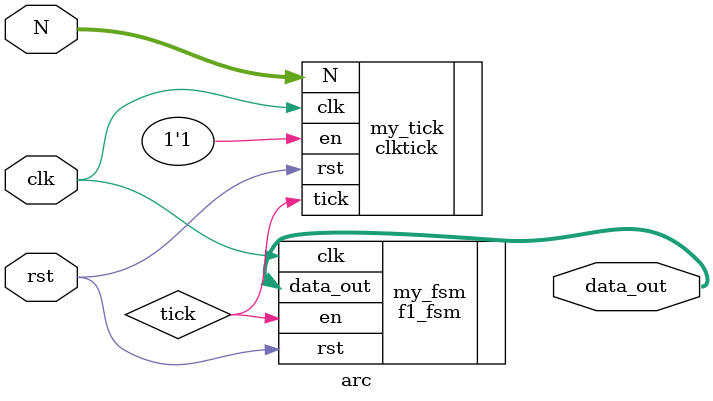
<source format=sv>
module arc #(
    parameter WIDTH = 16
)(
    input logic clk,
    input logic rst,
    input logic [WIDTH-1:0] N,
    output logic [7:0] data_out
);

logic tick;

clktick my_tick(
    .clk(clk),
    .rst(rst),
    .en(1'b1),
    .N(N),
    .tick(tick)
);

f1_fsm my_fsm(
    .rst(rst),
    .clk(clk),
    .en(tick),
    .data_out(data_out)
);

endmodule

</source>
